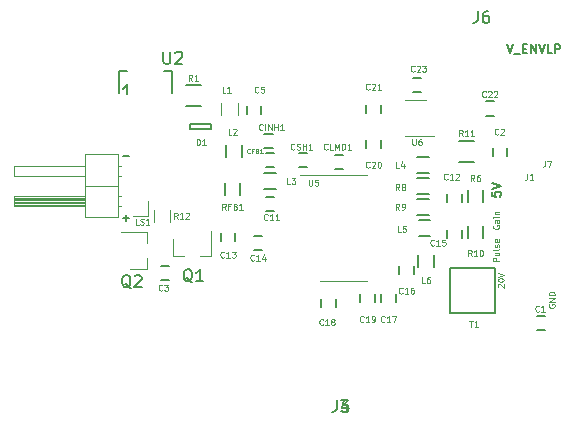
<source format=gbr>
G04 #@! TF.FileFunction,Legend,Top*
%FSLAX46Y46*%
G04 Gerber Fmt 4.6, Leading zero omitted, Abs format (unit mm)*
G04 Created by KiCad (PCBNEW 4.0.7) date Friday, November 17, 2017 'AMt' 01:25:50 AM*
%MOMM*%
%LPD*%
G01*
G04 APERTURE LIST*
%ADD10C,0.100000*%
%ADD11C,0.127000*%
%ADD12C,0.101600*%
%ADD13C,0.150000*%
%ADD14C,0.120000*%
%ADD15C,0.152400*%
%ADD16C,0.076200*%
G04 APERTURE END LIST*
D10*
D11*
X129122715Y-97844429D02*
X129703286Y-97844429D01*
X129122715Y-103051429D02*
X129703286Y-103051429D01*
X129413000Y-103341714D02*
X129413000Y-102761143D01*
D12*
X165227000Y-110369047D02*
X165202810Y-110417428D01*
X165202810Y-110490000D01*
X165227000Y-110562571D01*
X165275381Y-110610952D01*
X165323762Y-110635143D01*
X165420524Y-110659333D01*
X165493095Y-110659333D01*
X165589857Y-110635143D01*
X165638238Y-110610952D01*
X165686619Y-110562571D01*
X165710810Y-110490000D01*
X165710810Y-110441619D01*
X165686619Y-110369047D01*
X165662429Y-110344857D01*
X165493095Y-110344857D01*
X165493095Y-110441619D01*
X165710810Y-110127143D02*
X165202810Y-110127143D01*
X165710810Y-109836857D01*
X165202810Y-109836857D01*
X165710810Y-109594953D02*
X165202810Y-109594953D01*
X165202810Y-109474000D01*
X165227000Y-109401429D01*
X165275381Y-109353048D01*
X165323762Y-109328857D01*
X165420524Y-109304667D01*
X165493095Y-109304667D01*
X165589857Y-109328857D01*
X165638238Y-109353048D01*
X165686619Y-109401429D01*
X165710810Y-109474000D01*
X165710810Y-109594953D01*
X160933190Y-108935762D02*
X160909000Y-108911572D01*
X160884810Y-108863191D01*
X160884810Y-108742238D01*
X160909000Y-108693857D01*
X160933190Y-108669667D01*
X160981571Y-108645476D01*
X161029952Y-108645476D01*
X161102524Y-108669667D01*
X161392810Y-108959953D01*
X161392810Y-108645476D01*
X160884810Y-108331000D02*
X160884810Y-108282619D01*
X160909000Y-108234238D01*
X160933190Y-108210047D01*
X160981571Y-108185857D01*
X161078333Y-108161666D01*
X161199286Y-108161666D01*
X161296048Y-108185857D01*
X161344429Y-108210047D01*
X161368619Y-108234238D01*
X161392810Y-108282619D01*
X161392810Y-108331000D01*
X161368619Y-108379381D01*
X161344429Y-108403571D01*
X161296048Y-108427762D01*
X161199286Y-108451952D01*
X161078333Y-108451952D01*
X160981571Y-108427762D01*
X160933190Y-108403571D01*
X160909000Y-108379381D01*
X160884810Y-108331000D01*
X160884810Y-108016523D02*
X161392810Y-107847190D01*
X160884810Y-107677856D01*
X161011810Y-106710238D02*
X160503810Y-106710238D01*
X160503810Y-106516714D01*
X160528000Y-106468333D01*
X160552190Y-106444142D01*
X160600571Y-106419952D01*
X160673143Y-106419952D01*
X160721524Y-106444142D01*
X160745714Y-106468333D01*
X160769905Y-106516714D01*
X160769905Y-106710238D01*
X160673143Y-105984523D02*
X161011810Y-105984523D01*
X160673143Y-106202238D02*
X160939238Y-106202238D01*
X160987619Y-106178047D01*
X161011810Y-106129666D01*
X161011810Y-106057095D01*
X160987619Y-106008714D01*
X160963429Y-105984523D01*
X161011810Y-105670047D02*
X160987619Y-105718428D01*
X160939238Y-105742619D01*
X160503810Y-105742619D01*
X160987619Y-105500714D02*
X161011810Y-105452333D01*
X161011810Y-105355571D01*
X160987619Y-105307190D01*
X160939238Y-105283000D01*
X160915048Y-105283000D01*
X160866667Y-105307190D01*
X160842476Y-105355571D01*
X160842476Y-105428143D01*
X160818286Y-105476524D01*
X160769905Y-105500714D01*
X160745714Y-105500714D01*
X160697333Y-105476524D01*
X160673143Y-105428143D01*
X160673143Y-105355571D01*
X160697333Y-105307190D01*
X160987619Y-104871762D02*
X161011810Y-104920143D01*
X161011810Y-105016905D01*
X160987619Y-105065286D01*
X160939238Y-105089476D01*
X160745714Y-105089476D01*
X160697333Y-105065286D01*
X160673143Y-105016905D01*
X160673143Y-104920143D01*
X160697333Y-104871762D01*
X160745714Y-104847571D01*
X160794095Y-104847571D01*
X160842476Y-105089476D01*
X160528000Y-103698523D02*
X160503810Y-103746904D01*
X160503810Y-103819476D01*
X160528000Y-103892047D01*
X160576381Y-103940428D01*
X160624762Y-103964619D01*
X160721524Y-103988809D01*
X160794095Y-103988809D01*
X160890857Y-103964619D01*
X160939238Y-103940428D01*
X160987619Y-103892047D01*
X161011810Y-103819476D01*
X161011810Y-103771095D01*
X160987619Y-103698523D01*
X160963429Y-103674333D01*
X160794095Y-103674333D01*
X160794095Y-103771095D01*
X161011810Y-103238904D02*
X160745714Y-103238904D01*
X160697333Y-103263095D01*
X160673143Y-103311476D01*
X160673143Y-103408238D01*
X160697333Y-103456619D01*
X160987619Y-103238904D02*
X161011810Y-103287285D01*
X161011810Y-103408238D01*
X160987619Y-103456619D01*
X160939238Y-103480809D01*
X160890857Y-103480809D01*
X160842476Y-103456619D01*
X160818286Y-103408238D01*
X160818286Y-103287285D01*
X160794095Y-103238904D01*
X161011810Y-102997000D02*
X160673143Y-102997000D01*
X160503810Y-102997000D02*
X160528000Y-103021190D01*
X160552190Y-102997000D01*
X160528000Y-102972809D01*
X160503810Y-102997000D01*
X160552190Y-102997000D01*
X160673143Y-102755095D02*
X161011810Y-102755095D01*
X160721524Y-102755095D02*
X160697333Y-102730904D01*
X160673143Y-102682523D01*
X160673143Y-102609952D01*
X160697333Y-102561571D01*
X160745714Y-102537380D01*
X161011810Y-102537380D01*
D11*
X160364714Y-100856142D02*
X160364714Y-101218999D01*
X160727571Y-101255285D01*
X160691286Y-101218999D01*
X160655000Y-101146428D01*
X160655000Y-100964999D01*
X160691286Y-100892428D01*
X160727571Y-100856142D01*
X160800143Y-100819857D01*
X160981571Y-100819857D01*
X161054143Y-100856142D01*
X161090429Y-100892428D01*
X161126714Y-100964999D01*
X161126714Y-101146428D01*
X161090429Y-101218999D01*
X161054143Y-101255285D01*
X160364714Y-100602143D02*
X161126714Y-100348143D01*
X160364714Y-100094143D01*
X161652857Y-88355714D02*
X161906857Y-89117714D01*
X162160857Y-88355714D01*
X162233429Y-89190286D02*
X162814000Y-89190286D01*
X162995429Y-88718571D02*
X163249429Y-88718571D01*
X163358286Y-89117714D02*
X162995429Y-89117714D01*
X162995429Y-88355714D01*
X163358286Y-88355714D01*
X163684858Y-89117714D02*
X163684858Y-88355714D01*
X164120286Y-89117714D01*
X164120286Y-88355714D01*
X164374286Y-88355714D02*
X164628286Y-89117714D01*
X164882286Y-88355714D01*
X165499144Y-89117714D02*
X165136287Y-89117714D01*
X165136287Y-88355714D01*
X165753144Y-89117714D02*
X165753144Y-88355714D01*
X166043429Y-88355714D01*
X166116001Y-88392000D01*
X166152286Y-88428286D01*
X166188572Y-88500857D01*
X166188572Y-88609714D01*
X166152286Y-88682286D01*
X166116001Y-88718571D01*
X166043429Y-88754857D01*
X165753144Y-88754857D01*
D13*
X154059000Y-99655000D02*
X155059000Y-99655000D01*
X155059000Y-101005000D02*
X154059000Y-101005000D01*
D14*
X145828000Y-108386000D02*
X149828000Y-108386000D01*
X144138000Y-99436000D02*
X149828000Y-99436000D01*
D13*
X134528000Y-91835000D02*
X135728000Y-91835000D01*
X135728000Y-93585000D02*
X134528000Y-93585000D01*
X139671500Y-94266500D02*
X139671500Y-93566500D01*
X140871500Y-93566500D02*
X140871500Y-94266500D01*
X129164080Y-92148660D02*
X129413000Y-91848940D01*
X129413000Y-91848940D02*
X129514600Y-91699080D01*
X129514600Y-91699080D02*
X129514600Y-92547440D01*
X128813560Y-90647520D02*
X128813560Y-92448380D01*
X128813560Y-90647520D02*
X129463800Y-90647520D01*
X133314440Y-90647520D02*
X133314440Y-92448380D01*
X133314440Y-90647520D02*
X132664200Y-90647520D01*
X134799500Y-95513500D02*
X136599500Y-95513500D01*
X136599500Y-95513500D02*
X136599500Y-95113500D01*
X136599500Y-95113500D02*
X134799500Y-95113500D01*
X134799500Y-95113500D02*
X134799500Y-95513500D01*
X141967000Y-102454000D02*
X141267000Y-102454000D01*
X141267000Y-101254000D02*
X141967000Y-101254000D01*
X156626000Y-101696000D02*
X156626000Y-100996000D01*
X157826000Y-100996000D02*
X157826000Y-101696000D01*
X138649000Y-104298000D02*
X138649000Y-104998000D01*
X137449000Y-104998000D02*
X137449000Y-104298000D01*
X140239000Y-104556000D02*
X140939000Y-104556000D01*
X140939000Y-105756000D02*
X140239000Y-105756000D01*
X156626000Y-104744000D02*
X156626000Y-104044000D01*
X157826000Y-104044000D02*
X157826000Y-104744000D01*
X153762000Y-107092000D02*
X153762000Y-107792000D01*
X152562000Y-107792000D02*
X152562000Y-107092000D01*
X152238000Y-109505000D02*
X152238000Y-110205000D01*
X151038000Y-110205000D02*
X151038000Y-109505000D01*
X147158000Y-109886000D02*
X147158000Y-110586000D01*
X145958000Y-110586000D02*
X145958000Y-109886000D01*
X150460000Y-109505000D02*
X150460000Y-110205000D01*
X149260000Y-110205000D02*
X149260000Y-109505000D01*
X149768000Y-97124000D02*
X149768000Y-96424000D01*
X150968000Y-96424000D02*
X150968000Y-97124000D01*
X149768000Y-94203000D02*
X149768000Y-93503000D01*
X150968000Y-93503000D02*
X150968000Y-94203000D01*
X160560500Y-94389500D02*
X159860500Y-94389500D01*
X159860500Y-93189500D02*
X160560500Y-93189500D01*
X153701000Y-91221000D02*
X154401000Y-91221000D01*
X154401000Y-92421000D02*
X153701000Y-92421000D01*
X141955000Y-98771000D02*
X141255000Y-98771000D01*
X141255000Y-97571000D02*
X141955000Y-97571000D01*
X141128000Y-95920000D02*
X141828000Y-95920000D01*
X141828000Y-97120000D02*
X141128000Y-97120000D01*
X147797000Y-98898000D02*
X147097000Y-98898000D01*
X147097000Y-97698000D02*
X147797000Y-97698000D01*
X144049000Y-97571000D02*
X144749000Y-97571000D01*
X144749000Y-98771000D02*
X144049000Y-98771000D01*
X137882000Y-97909000D02*
X137882000Y-96909000D01*
X139232000Y-96909000D02*
X139232000Y-97909000D01*
X142117000Y-100624000D02*
X141117000Y-100624000D01*
X141117000Y-99274000D02*
X142117000Y-99274000D01*
X155059000Y-99227000D02*
X154059000Y-99227000D01*
X154059000Y-97877000D02*
X155059000Y-97877000D01*
X155186000Y-104561000D02*
X154186000Y-104561000D01*
X154186000Y-103211000D02*
X155186000Y-103211000D01*
X154138000Y-107180000D02*
X154138000Y-106180000D01*
X155488000Y-106180000D02*
X155488000Y-107180000D01*
X158329000Y-101719000D02*
X158329000Y-100719000D01*
X159679000Y-100719000D02*
X159679000Y-101719000D01*
X154059000Y-101433000D02*
X155059000Y-101433000D01*
X155059000Y-102783000D02*
X154059000Y-102783000D01*
X158329000Y-104767000D02*
X158329000Y-103767000D01*
X159679000Y-103767000D02*
X159679000Y-104767000D01*
X158842000Y-98284000D02*
X157642000Y-98284000D01*
X157642000Y-96534000D02*
X158842000Y-96534000D01*
X137755000Y-101084000D02*
X137755000Y-100084000D01*
X139105000Y-100084000D02*
X139105000Y-101084000D01*
D14*
X154804000Y-93055000D02*
X153044000Y-93055000D01*
X153044000Y-96125000D02*
X155474000Y-96125000D01*
D13*
X160655000Y-111125000D02*
X160655000Y-107315000D01*
X156845000Y-107315000D02*
X160655000Y-107315000D01*
X156845000Y-111125000D02*
X156845000Y-107315000D01*
X160655000Y-111125000D02*
X156845000Y-111125000D01*
D14*
X138856000Y-93353000D02*
X138856000Y-94353000D01*
X137496000Y-94353000D02*
X137496000Y-93353000D01*
X133141000Y-102370000D02*
X133141000Y-103370000D01*
X131781000Y-103370000D02*
X131781000Y-102370000D01*
D13*
X164178500Y-111350500D02*
X164878500Y-111350500D01*
X164878500Y-112550500D02*
X164178500Y-112550500D01*
X160499500Y-97822500D02*
X160499500Y-97122500D01*
X161699500Y-97122500D02*
X161699500Y-97822500D01*
X133065000Y-108296000D02*
X132365000Y-108296000D01*
X132365000Y-107096000D02*
X133065000Y-107096000D01*
D14*
X128704500Y-102990000D02*
X128704500Y-100330000D01*
X128704500Y-100330000D02*
X125964500Y-100330000D01*
X125964500Y-100330000D02*
X125964500Y-102990000D01*
X125964500Y-102990000D02*
X128704500Y-102990000D01*
X125964500Y-102040000D02*
X125964500Y-101160000D01*
X125964500Y-101160000D02*
X119964500Y-101160000D01*
X119964500Y-101160000D02*
X119964500Y-102040000D01*
X119964500Y-102040000D02*
X125964500Y-102040000D01*
X129014500Y-102040000D02*
X128704500Y-102040000D01*
X129014500Y-101160000D02*
X128704500Y-101160000D01*
X125964500Y-101920000D02*
X119964500Y-101920000D01*
X125964500Y-101800000D02*
X119964500Y-101800000D01*
X125964500Y-101680000D02*
X119964500Y-101680000D01*
X125964500Y-101560000D02*
X119964500Y-101560000D01*
X125964500Y-101440000D02*
X119964500Y-101440000D01*
X125964500Y-101320000D02*
X119964500Y-101320000D01*
X125964500Y-101200000D02*
X119964500Y-101200000D01*
X128704500Y-100330000D02*
X128704500Y-97670000D01*
X128704500Y-97670000D02*
X125964500Y-97670000D01*
X125964500Y-97670000D02*
X125964500Y-100330000D01*
X125964500Y-100330000D02*
X128704500Y-100330000D01*
X125964500Y-99500000D02*
X125964500Y-98620000D01*
X125964500Y-98620000D02*
X119964500Y-98620000D01*
X119964500Y-98620000D02*
X119964500Y-99500000D01*
X119964500Y-99500000D02*
X125964500Y-99500000D01*
X129014500Y-99500000D02*
X128704500Y-99500000D01*
X129014500Y-98620000D02*
X128704500Y-98620000D01*
X131254500Y-101600000D02*
X131254500Y-102870000D01*
X131254500Y-102870000D02*
X129984500Y-102870000D01*
X133421000Y-106297000D02*
X134351000Y-106297000D01*
X136581000Y-106297000D02*
X135651000Y-106297000D01*
X136581000Y-106297000D02*
X136581000Y-104137000D01*
X133421000Y-106297000D02*
X133421000Y-104837000D01*
X131189000Y-107371000D02*
X131189000Y-106441000D01*
X131189000Y-104211000D02*
X131189000Y-105141000D01*
X131189000Y-104211000D02*
X129029000Y-104211000D01*
X131189000Y-107371000D02*
X129729000Y-107371000D01*
D12*
X152569333Y-100686810D02*
X152400000Y-100444905D01*
X152279047Y-100686810D02*
X152279047Y-100178810D01*
X152472571Y-100178810D01*
X152520952Y-100203000D01*
X152545143Y-100227190D01*
X152569333Y-100275571D01*
X152569333Y-100348143D01*
X152545143Y-100396524D01*
X152520952Y-100420714D01*
X152472571Y-100444905D01*
X152279047Y-100444905D01*
X152859619Y-100396524D02*
X152811238Y-100372333D01*
X152787047Y-100348143D01*
X152762857Y-100299762D01*
X152762857Y-100275571D01*
X152787047Y-100227190D01*
X152811238Y-100203000D01*
X152859619Y-100178810D01*
X152956381Y-100178810D01*
X153004762Y-100203000D01*
X153028952Y-100227190D01*
X153053143Y-100275571D01*
X153053143Y-100299762D01*
X153028952Y-100348143D01*
X153004762Y-100372333D01*
X152956381Y-100396524D01*
X152859619Y-100396524D01*
X152811238Y-100420714D01*
X152787047Y-100444905D01*
X152762857Y-100493286D01*
X152762857Y-100590048D01*
X152787047Y-100638429D01*
X152811238Y-100662619D01*
X152859619Y-100686810D01*
X152956381Y-100686810D01*
X153004762Y-100662619D01*
X153028952Y-100638429D01*
X153053143Y-100590048D01*
X153053143Y-100493286D01*
X153028952Y-100444905D01*
X153004762Y-100420714D01*
X152956381Y-100396524D01*
X144900952Y-99797810D02*
X144900952Y-100209048D01*
X144925143Y-100257429D01*
X144949333Y-100281619D01*
X144997714Y-100305810D01*
X145094476Y-100305810D01*
X145142857Y-100281619D01*
X145167048Y-100257429D01*
X145191238Y-100209048D01*
X145191238Y-99797810D01*
X145675047Y-99797810D02*
X145433142Y-99797810D01*
X145408952Y-100039714D01*
X145433142Y-100015524D01*
X145481523Y-99991333D01*
X145602476Y-99991333D01*
X145650857Y-100015524D01*
X145675047Y-100039714D01*
X145699238Y-100088095D01*
X145699238Y-100209048D01*
X145675047Y-100257429D01*
X145650857Y-100281619D01*
X145602476Y-100305810D01*
X145481523Y-100305810D01*
X145433142Y-100281619D01*
X145408952Y-100257429D01*
X135043333Y-91415810D02*
X134874000Y-91173905D01*
X134753047Y-91415810D02*
X134753047Y-90907810D01*
X134946571Y-90907810D01*
X134994952Y-90932000D01*
X135019143Y-90956190D01*
X135043333Y-91004571D01*
X135043333Y-91077143D01*
X135019143Y-91125524D01*
X134994952Y-91149714D01*
X134946571Y-91173905D01*
X134753047Y-91173905D01*
X135527143Y-91415810D02*
X135236857Y-91415810D01*
X135382000Y-91415810D02*
X135382000Y-90907810D01*
X135333619Y-90980381D01*
X135285238Y-91028762D01*
X135236857Y-91052952D01*
X140631333Y-92383429D02*
X140607143Y-92407619D01*
X140534571Y-92431810D01*
X140486190Y-92431810D01*
X140413619Y-92407619D01*
X140365238Y-92359238D01*
X140341047Y-92310857D01*
X140316857Y-92214095D01*
X140316857Y-92141524D01*
X140341047Y-92044762D01*
X140365238Y-91996381D01*
X140413619Y-91948000D01*
X140486190Y-91923810D01*
X140534571Y-91923810D01*
X140607143Y-91948000D01*
X140631333Y-91972190D01*
X141090952Y-91923810D02*
X140849047Y-91923810D01*
X140824857Y-92165714D01*
X140849047Y-92141524D01*
X140897428Y-92117333D01*
X141018381Y-92117333D01*
X141066762Y-92141524D01*
X141090952Y-92165714D01*
X141115143Y-92214095D01*
X141115143Y-92335048D01*
X141090952Y-92383429D01*
X141066762Y-92407619D01*
X141018381Y-92431810D01*
X140897428Y-92431810D01*
X140849047Y-92407619D01*
X140824857Y-92383429D01*
D15*
X132575905Y-88978619D02*
X132575905Y-89801095D01*
X132624286Y-89897857D01*
X132672667Y-89946238D01*
X132769429Y-89994619D01*
X132962952Y-89994619D01*
X133059714Y-89946238D01*
X133108095Y-89897857D01*
X133156476Y-89801095D01*
X133156476Y-88978619D01*
X133591905Y-89075381D02*
X133640286Y-89027000D01*
X133737048Y-88978619D01*
X133978952Y-88978619D01*
X134075714Y-89027000D01*
X134124095Y-89075381D01*
X134172476Y-89172143D01*
X134172476Y-89268905D01*
X134124095Y-89414048D01*
X133543524Y-89994619D01*
X134172476Y-89994619D01*
D12*
X135388047Y-96876810D02*
X135388047Y-96368810D01*
X135509000Y-96368810D01*
X135581571Y-96393000D01*
X135629952Y-96441381D01*
X135654143Y-96489762D01*
X135678333Y-96586524D01*
X135678333Y-96659095D01*
X135654143Y-96755857D01*
X135629952Y-96804238D01*
X135581571Y-96852619D01*
X135509000Y-96876810D01*
X135388047Y-96876810D01*
X136162143Y-96876810D02*
X135871857Y-96876810D01*
X136017000Y-96876810D02*
X136017000Y-96368810D01*
X135968619Y-96441381D01*
X135920238Y-96489762D01*
X135871857Y-96513952D01*
X141405428Y-103178429D02*
X141381238Y-103202619D01*
X141308666Y-103226810D01*
X141260285Y-103226810D01*
X141187714Y-103202619D01*
X141139333Y-103154238D01*
X141115142Y-103105857D01*
X141090952Y-103009095D01*
X141090952Y-102936524D01*
X141115142Y-102839762D01*
X141139333Y-102791381D01*
X141187714Y-102743000D01*
X141260285Y-102718810D01*
X141308666Y-102718810D01*
X141381238Y-102743000D01*
X141405428Y-102767190D01*
X141889238Y-103226810D02*
X141598952Y-103226810D01*
X141744095Y-103226810D02*
X141744095Y-102718810D01*
X141695714Y-102791381D01*
X141647333Y-102839762D01*
X141598952Y-102863952D01*
X142373048Y-103226810D02*
X142082762Y-103226810D01*
X142227905Y-103226810D02*
X142227905Y-102718810D01*
X142179524Y-102791381D01*
X142131143Y-102839762D01*
X142082762Y-102863952D01*
X156645428Y-99749429D02*
X156621238Y-99773619D01*
X156548666Y-99797810D01*
X156500285Y-99797810D01*
X156427714Y-99773619D01*
X156379333Y-99725238D01*
X156355142Y-99676857D01*
X156330952Y-99580095D01*
X156330952Y-99507524D01*
X156355142Y-99410762D01*
X156379333Y-99362381D01*
X156427714Y-99314000D01*
X156500285Y-99289810D01*
X156548666Y-99289810D01*
X156621238Y-99314000D01*
X156645428Y-99338190D01*
X157129238Y-99797810D02*
X156838952Y-99797810D01*
X156984095Y-99797810D02*
X156984095Y-99289810D01*
X156935714Y-99362381D01*
X156887333Y-99410762D01*
X156838952Y-99434952D01*
X157322762Y-99338190D02*
X157346952Y-99314000D01*
X157395333Y-99289810D01*
X157516286Y-99289810D01*
X157564667Y-99314000D01*
X157588857Y-99338190D01*
X157613048Y-99386571D01*
X157613048Y-99434952D01*
X157588857Y-99507524D01*
X157298571Y-99797810D01*
X157613048Y-99797810D01*
X137722428Y-106353429D02*
X137698238Y-106377619D01*
X137625666Y-106401810D01*
X137577285Y-106401810D01*
X137504714Y-106377619D01*
X137456333Y-106329238D01*
X137432142Y-106280857D01*
X137407952Y-106184095D01*
X137407952Y-106111524D01*
X137432142Y-106014762D01*
X137456333Y-105966381D01*
X137504714Y-105918000D01*
X137577285Y-105893810D01*
X137625666Y-105893810D01*
X137698238Y-105918000D01*
X137722428Y-105942190D01*
X138206238Y-106401810D02*
X137915952Y-106401810D01*
X138061095Y-106401810D02*
X138061095Y-105893810D01*
X138012714Y-105966381D01*
X137964333Y-106014762D01*
X137915952Y-106038952D01*
X138375571Y-105893810D02*
X138690048Y-105893810D01*
X138520714Y-106087333D01*
X138593286Y-106087333D01*
X138641667Y-106111524D01*
X138665857Y-106135714D01*
X138690048Y-106184095D01*
X138690048Y-106305048D01*
X138665857Y-106353429D01*
X138641667Y-106377619D01*
X138593286Y-106401810D01*
X138448143Y-106401810D01*
X138399762Y-106377619D01*
X138375571Y-106353429D01*
X140262428Y-106607429D02*
X140238238Y-106631619D01*
X140165666Y-106655810D01*
X140117285Y-106655810D01*
X140044714Y-106631619D01*
X139996333Y-106583238D01*
X139972142Y-106534857D01*
X139947952Y-106438095D01*
X139947952Y-106365524D01*
X139972142Y-106268762D01*
X139996333Y-106220381D01*
X140044714Y-106172000D01*
X140117285Y-106147810D01*
X140165666Y-106147810D01*
X140238238Y-106172000D01*
X140262428Y-106196190D01*
X140746238Y-106655810D02*
X140455952Y-106655810D01*
X140601095Y-106655810D02*
X140601095Y-106147810D01*
X140552714Y-106220381D01*
X140504333Y-106268762D01*
X140455952Y-106292952D01*
X141181667Y-106317143D02*
X141181667Y-106655810D01*
X141060714Y-106123619D02*
X140939762Y-106486476D01*
X141254238Y-106486476D01*
X155502428Y-105337429D02*
X155478238Y-105361619D01*
X155405666Y-105385810D01*
X155357285Y-105385810D01*
X155284714Y-105361619D01*
X155236333Y-105313238D01*
X155212142Y-105264857D01*
X155187952Y-105168095D01*
X155187952Y-105095524D01*
X155212142Y-104998762D01*
X155236333Y-104950381D01*
X155284714Y-104902000D01*
X155357285Y-104877810D01*
X155405666Y-104877810D01*
X155478238Y-104902000D01*
X155502428Y-104926190D01*
X155986238Y-105385810D02*
X155695952Y-105385810D01*
X155841095Y-105385810D02*
X155841095Y-104877810D01*
X155792714Y-104950381D01*
X155744333Y-104998762D01*
X155695952Y-105022952D01*
X156445857Y-104877810D02*
X156203952Y-104877810D01*
X156179762Y-105119714D01*
X156203952Y-105095524D01*
X156252333Y-105071333D01*
X156373286Y-105071333D01*
X156421667Y-105095524D01*
X156445857Y-105119714D01*
X156470048Y-105168095D01*
X156470048Y-105289048D01*
X156445857Y-105337429D01*
X156421667Y-105361619D01*
X156373286Y-105385810D01*
X156252333Y-105385810D01*
X156203952Y-105361619D01*
X156179762Y-105337429D01*
X152835428Y-109401429D02*
X152811238Y-109425619D01*
X152738666Y-109449810D01*
X152690285Y-109449810D01*
X152617714Y-109425619D01*
X152569333Y-109377238D01*
X152545142Y-109328857D01*
X152520952Y-109232095D01*
X152520952Y-109159524D01*
X152545142Y-109062762D01*
X152569333Y-109014381D01*
X152617714Y-108966000D01*
X152690285Y-108941810D01*
X152738666Y-108941810D01*
X152811238Y-108966000D01*
X152835428Y-108990190D01*
X153319238Y-109449810D02*
X153028952Y-109449810D01*
X153174095Y-109449810D02*
X153174095Y-108941810D01*
X153125714Y-109014381D01*
X153077333Y-109062762D01*
X153028952Y-109086952D01*
X153754667Y-108941810D02*
X153657905Y-108941810D01*
X153609524Y-108966000D01*
X153585333Y-108990190D01*
X153536952Y-109062762D01*
X153512762Y-109159524D01*
X153512762Y-109353048D01*
X153536952Y-109401429D01*
X153561143Y-109425619D01*
X153609524Y-109449810D01*
X153706286Y-109449810D01*
X153754667Y-109425619D01*
X153778857Y-109401429D01*
X153803048Y-109353048D01*
X153803048Y-109232095D01*
X153778857Y-109183714D01*
X153754667Y-109159524D01*
X153706286Y-109135333D01*
X153609524Y-109135333D01*
X153561143Y-109159524D01*
X153536952Y-109183714D01*
X153512762Y-109232095D01*
X151311428Y-111814429D02*
X151287238Y-111838619D01*
X151214666Y-111862810D01*
X151166285Y-111862810D01*
X151093714Y-111838619D01*
X151045333Y-111790238D01*
X151021142Y-111741857D01*
X150996952Y-111645095D01*
X150996952Y-111572524D01*
X151021142Y-111475762D01*
X151045333Y-111427381D01*
X151093714Y-111379000D01*
X151166285Y-111354810D01*
X151214666Y-111354810D01*
X151287238Y-111379000D01*
X151311428Y-111403190D01*
X151795238Y-111862810D02*
X151504952Y-111862810D01*
X151650095Y-111862810D02*
X151650095Y-111354810D01*
X151601714Y-111427381D01*
X151553333Y-111475762D01*
X151504952Y-111499952D01*
X151964571Y-111354810D02*
X152303238Y-111354810D01*
X152085524Y-111862810D01*
X146104428Y-112068429D02*
X146080238Y-112092619D01*
X146007666Y-112116810D01*
X145959285Y-112116810D01*
X145886714Y-112092619D01*
X145838333Y-112044238D01*
X145814142Y-111995857D01*
X145789952Y-111899095D01*
X145789952Y-111826524D01*
X145814142Y-111729762D01*
X145838333Y-111681381D01*
X145886714Y-111633000D01*
X145959285Y-111608810D01*
X146007666Y-111608810D01*
X146080238Y-111633000D01*
X146104428Y-111657190D01*
X146588238Y-112116810D02*
X146297952Y-112116810D01*
X146443095Y-112116810D02*
X146443095Y-111608810D01*
X146394714Y-111681381D01*
X146346333Y-111729762D01*
X146297952Y-111753952D01*
X146878524Y-111826524D02*
X146830143Y-111802333D01*
X146805952Y-111778143D01*
X146781762Y-111729762D01*
X146781762Y-111705571D01*
X146805952Y-111657190D01*
X146830143Y-111633000D01*
X146878524Y-111608810D01*
X146975286Y-111608810D01*
X147023667Y-111633000D01*
X147047857Y-111657190D01*
X147072048Y-111705571D01*
X147072048Y-111729762D01*
X147047857Y-111778143D01*
X147023667Y-111802333D01*
X146975286Y-111826524D01*
X146878524Y-111826524D01*
X146830143Y-111850714D01*
X146805952Y-111874905D01*
X146781762Y-111923286D01*
X146781762Y-112020048D01*
X146805952Y-112068429D01*
X146830143Y-112092619D01*
X146878524Y-112116810D01*
X146975286Y-112116810D01*
X147023667Y-112092619D01*
X147047857Y-112068429D01*
X147072048Y-112020048D01*
X147072048Y-111923286D01*
X147047857Y-111874905D01*
X147023667Y-111850714D01*
X146975286Y-111826524D01*
X149533428Y-111814429D02*
X149509238Y-111838619D01*
X149436666Y-111862810D01*
X149388285Y-111862810D01*
X149315714Y-111838619D01*
X149267333Y-111790238D01*
X149243142Y-111741857D01*
X149218952Y-111645095D01*
X149218952Y-111572524D01*
X149243142Y-111475762D01*
X149267333Y-111427381D01*
X149315714Y-111379000D01*
X149388285Y-111354810D01*
X149436666Y-111354810D01*
X149509238Y-111379000D01*
X149533428Y-111403190D01*
X150017238Y-111862810D02*
X149726952Y-111862810D01*
X149872095Y-111862810D02*
X149872095Y-111354810D01*
X149823714Y-111427381D01*
X149775333Y-111475762D01*
X149726952Y-111499952D01*
X150259143Y-111862810D02*
X150355905Y-111862810D01*
X150404286Y-111838619D01*
X150428476Y-111814429D01*
X150476857Y-111741857D01*
X150501048Y-111645095D01*
X150501048Y-111451571D01*
X150476857Y-111403190D01*
X150452667Y-111379000D01*
X150404286Y-111354810D01*
X150307524Y-111354810D01*
X150259143Y-111379000D01*
X150234952Y-111403190D01*
X150210762Y-111451571D01*
X150210762Y-111572524D01*
X150234952Y-111620905D01*
X150259143Y-111645095D01*
X150307524Y-111669286D01*
X150404286Y-111669286D01*
X150452667Y-111645095D01*
X150476857Y-111620905D01*
X150501048Y-111572524D01*
X150041428Y-98733429D02*
X150017238Y-98757619D01*
X149944666Y-98781810D01*
X149896285Y-98781810D01*
X149823714Y-98757619D01*
X149775333Y-98709238D01*
X149751142Y-98660857D01*
X149726952Y-98564095D01*
X149726952Y-98491524D01*
X149751142Y-98394762D01*
X149775333Y-98346381D01*
X149823714Y-98298000D01*
X149896285Y-98273810D01*
X149944666Y-98273810D01*
X150017238Y-98298000D01*
X150041428Y-98322190D01*
X150234952Y-98322190D02*
X150259142Y-98298000D01*
X150307523Y-98273810D01*
X150428476Y-98273810D01*
X150476857Y-98298000D01*
X150501047Y-98322190D01*
X150525238Y-98370571D01*
X150525238Y-98418952D01*
X150501047Y-98491524D01*
X150210761Y-98781810D01*
X150525238Y-98781810D01*
X150839714Y-98273810D02*
X150888095Y-98273810D01*
X150936476Y-98298000D01*
X150960667Y-98322190D01*
X150984857Y-98370571D01*
X151009048Y-98467333D01*
X151009048Y-98588286D01*
X150984857Y-98685048D01*
X150960667Y-98733429D01*
X150936476Y-98757619D01*
X150888095Y-98781810D01*
X150839714Y-98781810D01*
X150791333Y-98757619D01*
X150767143Y-98733429D01*
X150742952Y-98685048D01*
X150718762Y-98588286D01*
X150718762Y-98467333D01*
X150742952Y-98370571D01*
X150767143Y-98322190D01*
X150791333Y-98298000D01*
X150839714Y-98273810D01*
X150041428Y-92129429D02*
X150017238Y-92153619D01*
X149944666Y-92177810D01*
X149896285Y-92177810D01*
X149823714Y-92153619D01*
X149775333Y-92105238D01*
X149751142Y-92056857D01*
X149726952Y-91960095D01*
X149726952Y-91887524D01*
X149751142Y-91790762D01*
X149775333Y-91742381D01*
X149823714Y-91694000D01*
X149896285Y-91669810D01*
X149944666Y-91669810D01*
X150017238Y-91694000D01*
X150041428Y-91718190D01*
X150234952Y-91718190D02*
X150259142Y-91694000D01*
X150307523Y-91669810D01*
X150428476Y-91669810D01*
X150476857Y-91694000D01*
X150501047Y-91718190D01*
X150525238Y-91766571D01*
X150525238Y-91814952D01*
X150501047Y-91887524D01*
X150210761Y-92177810D01*
X150525238Y-92177810D01*
X151009048Y-92177810D02*
X150718762Y-92177810D01*
X150863905Y-92177810D02*
X150863905Y-91669810D01*
X150815524Y-91742381D01*
X150767143Y-91790762D01*
X150718762Y-91814952D01*
X159883928Y-92764429D02*
X159859738Y-92788619D01*
X159787166Y-92812810D01*
X159738785Y-92812810D01*
X159666214Y-92788619D01*
X159617833Y-92740238D01*
X159593642Y-92691857D01*
X159569452Y-92595095D01*
X159569452Y-92522524D01*
X159593642Y-92425762D01*
X159617833Y-92377381D01*
X159666214Y-92329000D01*
X159738785Y-92304810D01*
X159787166Y-92304810D01*
X159859738Y-92329000D01*
X159883928Y-92353190D01*
X160077452Y-92353190D02*
X160101642Y-92329000D01*
X160150023Y-92304810D01*
X160270976Y-92304810D01*
X160319357Y-92329000D01*
X160343547Y-92353190D01*
X160367738Y-92401571D01*
X160367738Y-92449952D01*
X160343547Y-92522524D01*
X160053261Y-92812810D01*
X160367738Y-92812810D01*
X160561262Y-92353190D02*
X160585452Y-92329000D01*
X160633833Y-92304810D01*
X160754786Y-92304810D01*
X160803167Y-92329000D01*
X160827357Y-92353190D01*
X160851548Y-92401571D01*
X160851548Y-92449952D01*
X160827357Y-92522524D01*
X160537071Y-92812810D01*
X160851548Y-92812810D01*
X153851428Y-90605429D02*
X153827238Y-90629619D01*
X153754666Y-90653810D01*
X153706285Y-90653810D01*
X153633714Y-90629619D01*
X153585333Y-90581238D01*
X153561142Y-90532857D01*
X153536952Y-90436095D01*
X153536952Y-90363524D01*
X153561142Y-90266762D01*
X153585333Y-90218381D01*
X153633714Y-90170000D01*
X153706285Y-90145810D01*
X153754666Y-90145810D01*
X153827238Y-90170000D01*
X153851428Y-90194190D01*
X154044952Y-90194190D02*
X154069142Y-90170000D01*
X154117523Y-90145810D01*
X154238476Y-90145810D01*
X154286857Y-90170000D01*
X154311047Y-90194190D01*
X154335238Y-90242571D01*
X154335238Y-90290952D01*
X154311047Y-90363524D01*
X154020761Y-90653810D01*
X154335238Y-90653810D01*
X154504571Y-90145810D02*
X154819048Y-90145810D01*
X154649714Y-90339333D01*
X154722286Y-90339333D01*
X154770667Y-90363524D01*
X154794857Y-90387714D01*
X154819048Y-90436095D01*
X154819048Y-90557048D01*
X154794857Y-90605429D01*
X154770667Y-90629619D01*
X154722286Y-90653810D01*
X154577143Y-90653810D01*
X154528762Y-90629619D01*
X154504571Y-90605429D01*
D16*
X139917715Y-97545071D02*
X139899572Y-97563214D01*
X139845143Y-97581357D01*
X139808857Y-97581357D01*
X139754429Y-97563214D01*
X139718143Y-97526929D01*
X139700000Y-97490643D01*
X139681857Y-97418071D01*
X139681857Y-97363643D01*
X139700000Y-97291071D01*
X139718143Y-97254786D01*
X139754429Y-97218500D01*
X139808857Y-97200357D01*
X139845143Y-97200357D01*
X139899572Y-97218500D01*
X139917715Y-97236643D01*
X140208000Y-97381786D02*
X140081000Y-97381786D01*
X140081000Y-97581357D02*
X140081000Y-97200357D01*
X140262429Y-97200357D01*
X140534571Y-97381786D02*
X140589000Y-97399929D01*
X140607143Y-97418071D01*
X140625286Y-97454357D01*
X140625286Y-97508786D01*
X140607143Y-97545071D01*
X140589000Y-97563214D01*
X140552714Y-97581357D01*
X140407571Y-97581357D01*
X140407571Y-97200357D01*
X140534571Y-97200357D01*
X140570857Y-97218500D01*
X140589000Y-97236643D01*
X140607143Y-97272929D01*
X140607143Y-97309214D01*
X140589000Y-97345500D01*
X140570857Y-97363643D01*
X140534571Y-97381786D01*
X140407571Y-97381786D01*
X140988143Y-97581357D02*
X140770428Y-97581357D01*
X140879286Y-97581357D02*
X140879286Y-97200357D01*
X140843000Y-97254786D01*
X140806714Y-97291071D01*
X140770428Y-97309214D01*
D12*
X140994191Y-95558429D02*
X140970001Y-95582619D01*
X140897429Y-95606810D01*
X140849048Y-95606810D01*
X140776477Y-95582619D01*
X140728096Y-95534238D01*
X140703905Y-95485857D01*
X140679715Y-95389095D01*
X140679715Y-95316524D01*
X140703905Y-95219762D01*
X140728096Y-95171381D01*
X140776477Y-95123000D01*
X140849048Y-95098810D01*
X140897429Y-95098810D01*
X140970001Y-95123000D01*
X140994191Y-95147190D01*
X141211905Y-95606810D02*
X141211905Y-95098810D01*
X141453810Y-95606810D02*
X141453810Y-95098810D01*
X141744096Y-95606810D01*
X141744096Y-95098810D01*
X141986000Y-95606810D02*
X141986000Y-95098810D01*
X141986000Y-95340714D02*
X142276286Y-95340714D01*
X142276286Y-95606810D02*
X142276286Y-95098810D01*
X142784286Y-95606810D02*
X142494000Y-95606810D01*
X142639143Y-95606810D02*
X142639143Y-95098810D01*
X142590762Y-95171381D01*
X142542381Y-95219762D01*
X142494000Y-95243952D01*
X146485429Y-97209429D02*
X146461239Y-97233619D01*
X146388667Y-97257810D01*
X146340286Y-97257810D01*
X146267715Y-97233619D01*
X146219334Y-97185238D01*
X146195143Y-97136857D01*
X146170953Y-97040095D01*
X146170953Y-96967524D01*
X146195143Y-96870762D01*
X146219334Y-96822381D01*
X146267715Y-96774000D01*
X146340286Y-96749810D01*
X146388667Y-96749810D01*
X146461239Y-96774000D01*
X146485429Y-96798190D01*
X146945048Y-97257810D02*
X146703143Y-97257810D01*
X146703143Y-96749810D01*
X147114381Y-97257810D02*
X147114381Y-96749810D01*
X147283715Y-97112667D01*
X147453048Y-96749810D01*
X147453048Y-97257810D01*
X147694952Y-97257810D02*
X147694952Y-96749810D01*
X147815905Y-96749810D01*
X147888476Y-96774000D01*
X147936857Y-96822381D01*
X147961048Y-96870762D01*
X147985238Y-96967524D01*
X147985238Y-97040095D01*
X147961048Y-97136857D01*
X147936857Y-97185238D01*
X147888476Y-97233619D01*
X147815905Y-97257810D01*
X147694952Y-97257810D01*
X148469048Y-97257810D02*
X148178762Y-97257810D01*
X148323905Y-97257810D02*
X148323905Y-96749810D01*
X148275524Y-96822381D01*
X148227143Y-96870762D01*
X148178762Y-96894952D01*
X143679333Y-97209429D02*
X143655143Y-97233619D01*
X143582571Y-97257810D01*
X143534190Y-97257810D01*
X143461619Y-97233619D01*
X143413238Y-97185238D01*
X143389047Y-97136857D01*
X143364857Y-97040095D01*
X143364857Y-96967524D01*
X143389047Y-96870762D01*
X143413238Y-96822381D01*
X143461619Y-96774000D01*
X143534190Y-96749810D01*
X143582571Y-96749810D01*
X143655143Y-96774000D01*
X143679333Y-96798190D01*
X143872857Y-97233619D02*
X143945428Y-97257810D01*
X144066381Y-97257810D01*
X144114762Y-97233619D01*
X144138952Y-97209429D01*
X144163143Y-97161048D01*
X144163143Y-97112667D01*
X144138952Y-97064286D01*
X144114762Y-97040095D01*
X144066381Y-97015905D01*
X143969619Y-96991714D01*
X143921238Y-96967524D01*
X143897047Y-96943333D01*
X143872857Y-96894952D01*
X143872857Y-96846571D01*
X143897047Y-96798190D01*
X143921238Y-96774000D01*
X143969619Y-96749810D01*
X144090571Y-96749810D01*
X144163143Y-96774000D01*
X144380857Y-97257810D02*
X144380857Y-96749810D01*
X144380857Y-96991714D02*
X144671143Y-96991714D01*
X144671143Y-97257810D02*
X144671143Y-96749810D01*
X145179143Y-97257810D02*
X144888857Y-97257810D01*
X145034000Y-97257810D02*
X145034000Y-96749810D01*
X144985619Y-96822381D01*
X144937238Y-96870762D01*
X144888857Y-96894952D01*
X138345333Y-95987810D02*
X138103428Y-95987810D01*
X138103428Y-95479810D01*
X138490476Y-95528190D02*
X138514666Y-95504000D01*
X138563047Y-95479810D01*
X138684000Y-95479810D01*
X138732381Y-95504000D01*
X138756571Y-95528190D01*
X138780762Y-95576571D01*
X138780762Y-95624952D01*
X138756571Y-95697524D01*
X138466285Y-95987810D01*
X138780762Y-95987810D01*
X143310333Y-100178810D02*
X143068428Y-100178810D01*
X143068428Y-99670810D01*
X143431285Y-99670810D02*
X143745762Y-99670810D01*
X143576428Y-99864333D01*
X143649000Y-99864333D01*
X143697381Y-99888524D01*
X143721571Y-99912714D01*
X143745762Y-99961095D01*
X143745762Y-100082048D01*
X143721571Y-100130429D01*
X143697381Y-100154619D01*
X143649000Y-100178810D01*
X143503857Y-100178810D01*
X143455476Y-100154619D01*
X143431285Y-100130429D01*
X152557333Y-98781810D02*
X152315428Y-98781810D01*
X152315428Y-98273810D01*
X152944381Y-98443143D02*
X152944381Y-98781810D01*
X152823428Y-98249619D02*
X152702476Y-98612476D01*
X153016952Y-98612476D01*
X152684333Y-104242810D02*
X152442428Y-104242810D01*
X152442428Y-103734810D01*
X153095571Y-103734810D02*
X152853666Y-103734810D01*
X152829476Y-103976714D01*
X152853666Y-103952524D01*
X152902047Y-103928333D01*
X153023000Y-103928333D01*
X153071381Y-103952524D01*
X153095571Y-103976714D01*
X153119762Y-104025095D01*
X153119762Y-104146048D01*
X153095571Y-104194429D01*
X153071381Y-104218619D01*
X153023000Y-104242810D01*
X152902047Y-104242810D01*
X152853666Y-104218619D01*
X152829476Y-104194429D01*
X154728333Y-108560810D02*
X154486428Y-108560810D01*
X154486428Y-108052810D01*
X155115381Y-108052810D02*
X155018619Y-108052810D01*
X154970238Y-108077000D01*
X154946047Y-108101190D01*
X154897666Y-108173762D01*
X154873476Y-108270524D01*
X154873476Y-108464048D01*
X154897666Y-108512429D01*
X154921857Y-108536619D01*
X154970238Y-108560810D01*
X155067000Y-108560810D01*
X155115381Y-108536619D01*
X155139571Y-108512429D01*
X155163762Y-108464048D01*
X155163762Y-108343095D01*
X155139571Y-108294714D01*
X155115381Y-108270524D01*
X155067000Y-108246333D01*
X154970238Y-108246333D01*
X154921857Y-108270524D01*
X154897666Y-108294714D01*
X154873476Y-108343095D01*
X158919333Y-99924810D02*
X158750000Y-99682905D01*
X158629047Y-99924810D02*
X158629047Y-99416810D01*
X158822571Y-99416810D01*
X158870952Y-99441000D01*
X158895143Y-99465190D01*
X158919333Y-99513571D01*
X158919333Y-99586143D01*
X158895143Y-99634524D01*
X158870952Y-99658714D01*
X158822571Y-99682905D01*
X158629047Y-99682905D01*
X159354762Y-99416810D02*
X159258000Y-99416810D01*
X159209619Y-99441000D01*
X159185428Y-99465190D01*
X159137047Y-99537762D01*
X159112857Y-99634524D01*
X159112857Y-99828048D01*
X159137047Y-99876429D01*
X159161238Y-99900619D01*
X159209619Y-99924810D01*
X159306381Y-99924810D01*
X159354762Y-99900619D01*
X159378952Y-99876429D01*
X159403143Y-99828048D01*
X159403143Y-99707095D01*
X159378952Y-99658714D01*
X159354762Y-99634524D01*
X159306381Y-99610333D01*
X159209619Y-99610333D01*
X159161238Y-99634524D01*
X159137047Y-99658714D01*
X159112857Y-99707095D01*
X152557333Y-102337810D02*
X152388000Y-102095905D01*
X152267047Y-102337810D02*
X152267047Y-101829810D01*
X152460571Y-101829810D01*
X152508952Y-101854000D01*
X152533143Y-101878190D01*
X152557333Y-101926571D01*
X152557333Y-101999143D01*
X152533143Y-102047524D01*
X152508952Y-102071714D01*
X152460571Y-102095905D01*
X152267047Y-102095905D01*
X152799238Y-102337810D02*
X152896000Y-102337810D01*
X152944381Y-102313619D01*
X152968571Y-102289429D01*
X153016952Y-102216857D01*
X153041143Y-102120095D01*
X153041143Y-101926571D01*
X153016952Y-101878190D01*
X152992762Y-101854000D01*
X152944381Y-101829810D01*
X152847619Y-101829810D01*
X152799238Y-101854000D01*
X152775047Y-101878190D01*
X152750857Y-101926571D01*
X152750857Y-102047524D01*
X152775047Y-102095905D01*
X152799238Y-102120095D01*
X152847619Y-102144286D01*
X152944381Y-102144286D01*
X152992762Y-102120095D01*
X153016952Y-102095905D01*
X153041143Y-102047524D01*
X158677428Y-106274810D02*
X158508095Y-106032905D01*
X158387142Y-106274810D02*
X158387142Y-105766810D01*
X158580666Y-105766810D01*
X158629047Y-105791000D01*
X158653238Y-105815190D01*
X158677428Y-105863571D01*
X158677428Y-105936143D01*
X158653238Y-105984524D01*
X158629047Y-106008714D01*
X158580666Y-106032905D01*
X158387142Y-106032905D01*
X159161238Y-106274810D02*
X158870952Y-106274810D01*
X159016095Y-106274810D02*
X159016095Y-105766810D01*
X158967714Y-105839381D01*
X158919333Y-105887762D01*
X158870952Y-105911952D01*
X159475714Y-105766810D02*
X159524095Y-105766810D01*
X159572476Y-105791000D01*
X159596667Y-105815190D01*
X159620857Y-105863571D01*
X159645048Y-105960333D01*
X159645048Y-106081286D01*
X159620857Y-106178048D01*
X159596667Y-106226429D01*
X159572476Y-106250619D01*
X159524095Y-106274810D01*
X159475714Y-106274810D01*
X159427333Y-106250619D01*
X159403143Y-106226429D01*
X159378952Y-106178048D01*
X159354762Y-106081286D01*
X159354762Y-105960333D01*
X159378952Y-105863571D01*
X159403143Y-105815190D01*
X159427333Y-105791000D01*
X159475714Y-105766810D01*
X157915428Y-96114810D02*
X157746095Y-95872905D01*
X157625142Y-96114810D02*
X157625142Y-95606810D01*
X157818666Y-95606810D01*
X157867047Y-95631000D01*
X157891238Y-95655190D01*
X157915428Y-95703571D01*
X157915428Y-95776143D01*
X157891238Y-95824524D01*
X157867047Y-95848714D01*
X157818666Y-95872905D01*
X157625142Y-95872905D01*
X158399238Y-96114810D02*
X158108952Y-96114810D01*
X158254095Y-96114810D02*
X158254095Y-95606810D01*
X158205714Y-95679381D01*
X158157333Y-95727762D01*
X158108952Y-95751952D01*
X158883048Y-96114810D02*
X158592762Y-96114810D01*
X158737905Y-96114810D02*
X158737905Y-95606810D01*
X158689524Y-95679381D01*
X158641143Y-95727762D01*
X158592762Y-95751952D01*
X137873619Y-102337810D02*
X137704286Y-102095905D01*
X137583333Y-102337810D02*
X137583333Y-101829810D01*
X137776857Y-101829810D01*
X137825238Y-101854000D01*
X137849429Y-101878190D01*
X137873619Y-101926571D01*
X137873619Y-101999143D01*
X137849429Y-102047524D01*
X137825238Y-102071714D01*
X137776857Y-102095905D01*
X137583333Y-102095905D01*
X138260667Y-102071714D02*
X138091333Y-102071714D01*
X138091333Y-102337810D02*
X138091333Y-101829810D01*
X138333238Y-101829810D01*
X138696096Y-102071714D02*
X138768667Y-102095905D01*
X138792858Y-102120095D01*
X138817048Y-102168476D01*
X138817048Y-102241048D01*
X138792858Y-102289429D01*
X138768667Y-102313619D01*
X138720286Y-102337810D01*
X138526762Y-102337810D01*
X138526762Y-101829810D01*
X138696096Y-101829810D01*
X138744477Y-101854000D01*
X138768667Y-101878190D01*
X138792858Y-101926571D01*
X138792858Y-101974952D01*
X138768667Y-102023333D01*
X138744477Y-102047524D01*
X138696096Y-102071714D01*
X138526762Y-102071714D01*
X139300858Y-102337810D02*
X139010572Y-102337810D01*
X139155715Y-102337810D02*
X139155715Y-101829810D01*
X139107334Y-101902381D01*
X139058953Y-101950762D01*
X139010572Y-101974952D01*
X153663952Y-96368810D02*
X153663952Y-96780048D01*
X153688143Y-96828429D01*
X153712333Y-96852619D01*
X153760714Y-96876810D01*
X153857476Y-96876810D01*
X153905857Y-96852619D01*
X153930048Y-96828429D01*
X153954238Y-96780048D01*
X153954238Y-96368810D01*
X154413857Y-96368810D02*
X154317095Y-96368810D01*
X154268714Y-96393000D01*
X154244523Y-96417190D01*
X154196142Y-96489762D01*
X154171952Y-96586524D01*
X154171952Y-96780048D01*
X154196142Y-96828429D01*
X154220333Y-96852619D01*
X154268714Y-96876810D01*
X154365476Y-96876810D01*
X154413857Y-96852619D01*
X154438047Y-96828429D01*
X154462238Y-96780048D01*
X154462238Y-96659095D01*
X154438047Y-96610714D01*
X154413857Y-96586524D01*
X154365476Y-96562333D01*
X154268714Y-96562333D01*
X154220333Y-96586524D01*
X154196142Y-96610714D01*
X154171952Y-96659095D01*
X158489952Y-111735810D02*
X158780238Y-111735810D01*
X158635095Y-112243810D02*
X158635095Y-111735810D01*
X159215667Y-112243810D02*
X158925381Y-112243810D01*
X159070524Y-112243810D02*
X159070524Y-111735810D01*
X159022143Y-111808381D01*
X158973762Y-111856762D01*
X158925381Y-111880952D01*
X137837333Y-92431810D02*
X137595428Y-92431810D01*
X137595428Y-91923810D01*
X138272762Y-92431810D02*
X137982476Y-92431810D01*
X138127619Y-92431810D02*
X138127619Y-91923810D01*
X138079238Y-91996381D01*
X138030857Y-92044762D01*
X137982476Y-92068952D01*
X133785428Y-103099810D02*
X133616095Y-102857905D01*
X133495142Y-103099810D02*
X133495142Y-102591810D01*
X133688666Y-102591810D01*
X133737047Y-102616000D01*
X133761238Y-102640190D01*
X133785428Y-102688571D01*
X133785428Y-102761143D01*
X133761238Y-102809524D01*
X133737047Y-102833714D01*
X133688666Y-102857905D01*
X133495142Y-102857905D01*
X134269238Y-103099810D02*
X133978952Y-103099810D01*
X134124095Y-103099810D02*
X134124095Y-102591810D01*
X134075714Y-102664381D01*
X134027333Y-102712762D01*
X133978952Y-102736952D01*
X134462762Y-102640190D02*
X134486952Y-102616000D01*
X134535333Y-102591810D01*
X134656286Y-102591810D01*
X134704667Y-102616000D01*
X134728857Y-102640190D01*
X134753048Y-102688571D01*
X134753048Y-102736952D01*
X134728857Y-102809524D01*
X134438571Y-103099810D01*
X134753048Y-103099810D01*
X164380333Y-110925429D02*
X164356143Y-110949619D01*
X164283571Y-110973810D01*
X164235190Y-110973810D01*
X164162619Y-110949619D01*
X164114238Y-110901238D01*
X164090047Y-110852857D01*
X164065857Y-110756095D01*
X164065857Y-110683524D01*
X164090047Y-110586762D01*
X164114238Y-110538381D01*
X164162619Y-110490000D01*
X164235190Y-110465810D01*
X164283571Y-110465810D01*
X164356143Y-110490000D01*
X164380333Y-110514190D01*
X164864143Y-110973810D02*
X164573857Y-110973810D01*
X164719000Y-110973810D02*
X164719000Y-110465810D01*
X164670619Y-110538381D01*
X164622238Y-110586762D01*
X164573857Y-110610952D01*
X160951333Y-95939429D02*
X160927143Y-95963619D01*
X160854571Y-95987810D01*
X160806190Y-95987810D01*
X160733619Y-95963619D01*
X160685238Y-95915238D01*
X160661047Y-95866857D01*
X160636857Y-95770095D01*
X160636857Y-95697524D01*
X160661047Y-95600762D01*
X160685238Y-95552381D01*
X160733619Y-95504000D01*
X160806190Y-95479810D01*
X160854571Y-95479810D01*
X160927143Y-95504000D01*
X160951333Y-95528190D01*
X161144857Y-95528190D02*
X161169047Y-95504000D01*
X161217428Y-95479810D01*
X161338381Y-95479810D01*
X161386762Y-95504000D01*
X161410952Y-95528190D01*
X161435143Y-95576571D01*
X161435143Y-95624952D01*
X161410952Y-95697524D01*
X161120666Y-95987810D01*
X161435143Y-95987810D01*
X132503333Y-109147429D02*
X132479143Y-109171619D01*
X132406571Y-109195810D01*
X132358190Y-109195810D01*
X132285619Y-109171619D01*
X132237238Y-109123238D01*
X132213047Y-109074857D01*
X132188857Y-108978095D01*
X132188857Y-108905524D01*
X132213047Y-108808762D01*
X132237238Y-108760381D01*
X132285619Y-108712000D01*
X132358190Y-108687810D01*
X132406571Y-108687810D01*
X132479143Y-108712000D01*
X132503333Y-108736190D01*
X132672666Y-108687810D02*
X132987143Y-108687810D01*
X132817809Y-108881333D01*
X132890381Y-108881333D01*
X132938762Y-108905524D01*
X132962952Y-108929714D01*
X132987143Y-108978095D01*
X132987143Y-109099048D01*
X132962952Y-109147429D01*
X132938762Y-109171619D01*
X132890381Y-109195810D01*
X132745238Y-109195810D01*
X132696857Y-109171619D01*
X132672666Y-109147429D01*
X163406666Y-99289810D02*
X163406666Y-99652667D01*
X163382476Y-99725238D01*
X163334095Y-99773619D01*
X163261523Y-99797810D01*
X163213142Y-99797810D01*
X163914667Y-99797810D02*
X163624381Y-99797810D01*
X163769524Y-99797810D02*
X163769524Y-99289810D01*
X163721143Y-99362381D01*
X163672762Y-99410762D01*
X163624381Y-99434952D01*
X130483428Y-103607810D02*
X130241523Y-103607810D01*
X130241523Y-103099810D01*
X130628571Y-103583619D02*
X130701142Y-103607810D01*
X130822095Y-103607810D01*
X130870476Y-103583619D01*
X130894666Y-103559429D01*
X130918857Y-103511048D01*
X130918857Y-103462667D01*
X130894666Y-103414286D01*
X130870476Y-103390095D01*
X130822095Y-103365905D01*
X130725333Y-103341714D01*
X130676952Y-103317524D01*
X130652761Y-103293333D01*
X130628571Y-103244952D01*
X130628571Y-103196571D01*
X130652761Y-103148190D01*
X130676952Y-103124000D01*
X130725333Y-103099810D01*
X130846285Y-103099810D01*
X130918857Y-103124000D01*
X131402667Y-103607810D02*
X131112381Y-103607810D01*
X131257524Y-103607810D02*
X131257524Y-103099810D01*
X131209143Y-103172381D01*
X131160762Y-103220762D01*
X131112381Y-103244952D01*
X164871666Y-98202810D02*
X164871666Y-98565667D01*
X164847476Y-98638238D01*
X164799095Y-98686619D01*
X164726523Y-98710810D01*
X164678142Y-98710810D01*
X165065190Y-98202810D02*
X165403857Y-98202810D01*
X165186143Y-98710810D01*
D13*
X135032762Y-108497619D02*
X134937524Y-108450000D01*
X134842286Y-108354762D01*
X134699429Y-108211905D01*
X134604190Y-108164286D01*
X134508952Y-108164286D01*
X134556571Y-108402381D02*
X134461333Y-108354762D01*
X134366095Y-108259524D01*
X134318476Y-108069048D01*
X134318476Y-107735714D01*
X134366095Y-107545238D01*
X134461333Y-107450000D01*
X134556571Y-107402381D01*
X134747048Y-107402381D01*
X134842286Y-107450000D01*
X134937524Y-107545238D01*
X134985143Y-107735714D01*
X134985143Y-108069048D01*
X134937524Y-108259524D01*
X134842286Y-108354762D01*
X134747048Y-108402381D01*
X134556571Y-108402381D01*
X135937524Y-108402381D02*
X135366095Y-108402381D01*
X135651809Y-108402381D02*
X135651809Y-107402381D01*
X135556571Y-107545238D01*
X135461333Y-107640476D01*
X135366095Y-107688095D01*
X129825762Y-109005619D02*
X129730524Y-108958000D01*
X129635286Y-108862762D01*
X129492429Y-108719905D01*
X129397190Y-108672286D01*
X129301952Y-108672286D01*
X129349571Y-108910381D02*
X129254333Y-108862762D01*
X129159095Y-108767524D01*
X129111476Y-108577048D01*
X129111476Y-108243714D01*
X129159095Y-108053238D01*
X129254333Y-107958000D01*
X129349571Y-107910381D01*
X129540048Y-107910381D01*
X129635286Y-107958000D01*
X129730524Y-108053238D01*
X129778143Y-108243714D01*
X129778143Y-108577048D01*
X129730524Y-108767524D01*
X129635286Y-108862762D01*
X129540048Y-108910381D01*
X129349571Y-108910381D01*
X130159095Y-108005619D02*
X130206714Y-107958000D01*
X130301952Y-107910381D01*
X130540048Y-107910381D01*
X130635286Y-107958000D01*
X130682905Y-108005619D01*
X130730524Y-108100857D01*
X130730524Y-108196095D01*
X130682905Y-108338952D01*
X130111476Y-108910381D01*
X130730524Y-108910381D01*
X159178667Y-85549381D02*
X159178667Y-86263667D01*
X159131047Y-86406524D01*
X159035809Y-86501762D01*
X158892952Y-86549381D01*
X158797714Y-86549381D01*
X160083429Y-85549381D02*
X159892952Y-85549381D01*
X159797714Y-85597000D01*
X159750095Y-85644619D01*
X159654857Y-85787476D01*
X159607238Y-85977952D01*
X159607238Y-86358905D01*
X159654857Y-86454143D01*
X159702476Y-86501762D01*
X159797714Y-86549381D01*
X159988191Y-86549381D01*
X160083429Y-86501762D01*
X160131048Y-86454143D01*
X160178667Y-86358905D01*
X160178667Y-86120810D01*
X160131048Y-86025571D01*
X160083429Y-85977952D01*
X159988191Y-85930333D01*
X159797714Y-85930333D01*
X159702476Y-85977952D01*
X159654857Y-86025571D01*
X159607238Y-86120810D01*
X147240667Y-118484382D02*
X147240667Y-119198668D01*
X147193047Y-119341525D01*
X147097809Y-119436763D01*
X146954952Y-119484382D01*
X146859714Y-119484382D01*
X147621619Y-118484382D02*
X148240667Y-118484382D01*
X147907333Y-118865334D01*
X148050191Y-118865334D01*
X148145429Y-118912953D01*
X148193048Y-118960572D01*
X148240667Y-119055811D01*
X148240667Y-119293906D01*
X148193048Y-119389144D01*
X148145429Y-119436763D01*
X148050191Y-119484382D01*
X147764476Y-119484382D01*
X147669238Y-119436763D01*
X147621619Y-119389144D01*
X147240667Y-118484382D02*
X147240667Y-119198668D01*
X147193047Y-119341525D01*
X147097809Y-119436763D01*
X146954952Y-119484382D01*
X146859714Y-119484382D01*
X148145429Y-118817715D02*
X148145429Y-119484382D01*
X147907333Y-118436763D02*
X147669238Y-119151049D01*
X148288286Y-119151049D01*
M02*

</source>
